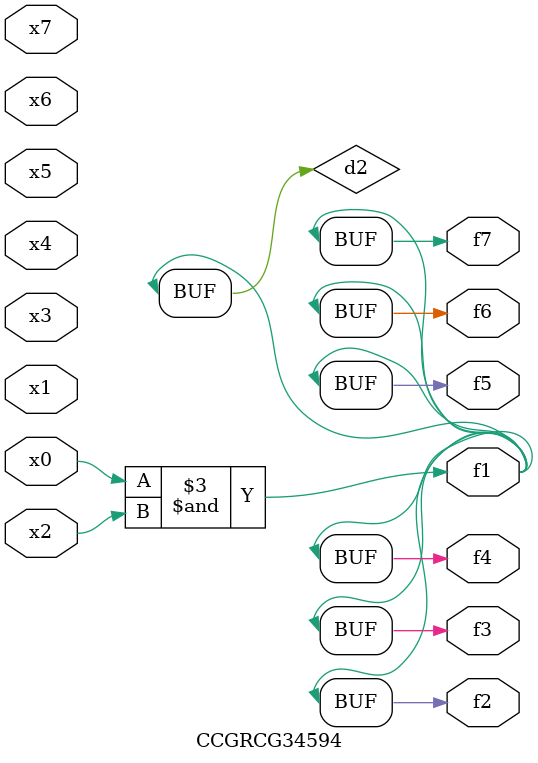
<source format=v>
module CCGRCG34594(
	input x0, x1, x2, x3, x4, x5, x6, x7,
	output f1, f2, f3, f4, f5, f6, f7
);

	wire d1, d2;

	nor (d1, x3, x6);
	and (d2, x0, x2);
	assign f1 = d2;
	assign f2 = d2;
	assign f3 = d2;
	assign f4 = d2;
	assign f5 = d2;
	assign f6 = d2;
	assign f7 = d2;
endmodule

</source>
